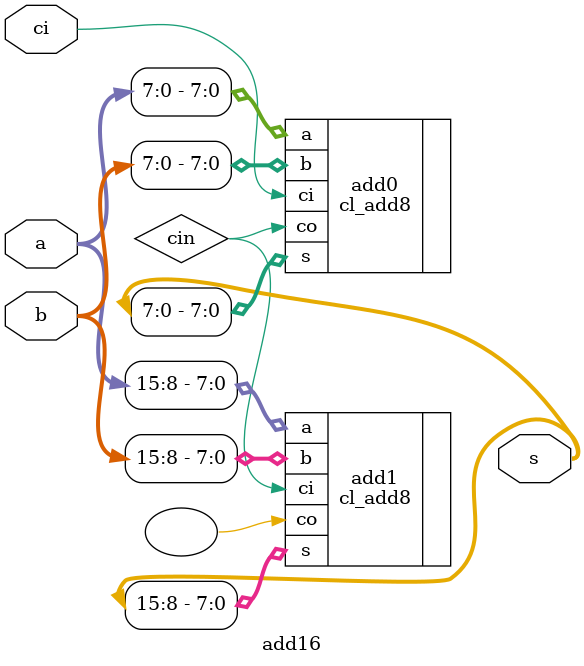
<source format=v>
`timescale 1ns / 1ps


module add16(
    input [15:0] a,b,
    input ci,
    output [15:0] s
    );
    wire cin;
    cl_add8 add0(
        .a (a[7:0]),
        .b (b[7:0]),
        .ci (ci),
        .s (s[7:0]),
        .co (cin)
    );

    cl_add8 add1(
        .a (a[15:8]),
        .b (b[15:8]),
        .ci (cin),
        .s (s[15:8]),
        .co ()
    );
endmodule

</source>
